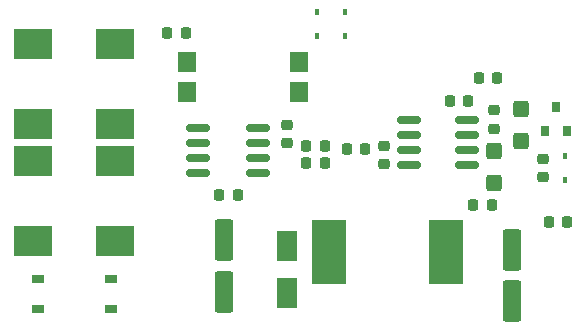
<source format=gtp>
G04 #@! TF.GenerationSoftware,KiCad,Pcbnew,6.0.9-8da3e8f707~116~ubuntu20.04.1*
G04 #@! TF.CreationDate,2023-03-26T15:22:19+00:00*
G04 #@! TF.ProjectId,LEC000043,4c454330-3030-4303-9433-2e6b69636164,rev?*
G04 #@! TF.SameCoordinates,Original*
G04 #@! TF.FileFunction,Paste,Top*
G04 #@! TF.FilePolarity,Positive*
%FSLAX46Y46*%
G04 Gerber Fmt 4.6, Leading zero omitted, Abs format (unit mm)*
G04 Created by KiCad (PCBNEW 6.0.9-8da3e8f707~116~ubuntu20.04.1) date 2023-03-26 15:22:19*
%MOMM*%
%LPD*%
G01*
G04 APERTURE LIST*
G04 Aperture macros list*
%AMRoundRect*
0 Rectangle with rounded corners*
0 $1 Rounding radius*
0 $2 $3 $4 $5 $6 $7 $8 $9 X,Y pos of 4 corners*
0 Add a 4 corners polygon primitive as box body*
4,1,4,$2,$3,$4,$5,$6,$7,$8,$9,$2,$3,0*
0 Add four circle primitives for the rounded corners*
1,1,$1+$1,$2,$3*
1,1,$1+$1,$4,$5*
1,1,$1+$1,$6,$7*
1,1,$1+$1,$8,$9*
0 Add four rect primitives between the rounded corners*
20,1,$1+$1,$2,$3,$4,$5,0*
20,1,$1+$1,$4,$5,$6,$7,0*
20,1,$1+$1,$6,$7,$8,$9,0*
20,1,$1+$1,$8,$9,$2,$3,0*%
G04 Aperture macros list end*
%ADD10RoundRect,0.218750X0.218750X0.256250X-0.218750X0.256250X-0.218750X-0.256250X0.218750X-0.256250X0*%
%ADD11RoundRect,0.249600X-0.550400X1.500400X-0.550400X-1.500400X0.550400X-1.500400X0.550400X1.500400X0*%
%ADD12R,0.450000X0.600000*%
%ADD13R,3.300000X2.500000*%
%ADD14R,1.800000X2.500000*%
%ADD15RoundRect,0.218750X0.256250X-0.218750X0.256250X0.218750X-0.256250X0.218750X-0.256250X-0.218750X0*%
%ADD16RoundRect,0.218750X-0.218750X-0.256250X0.218750X-0.256250X0.218750X0.256250X-0.218750X0.256250X0*%
%ADD17R,1.500000X1.780000*%
%ADD18RoundRect,0.162500X0.825000X0.162500X-0.825000X0.162500X-0.825000X-0.162500X0.825000X-0.162500X0*%
%ADD19RoundRect,0.249999X-0.425001X0.450001X-0.425001X-0.450001X0.425001X-0.450001X0.425001X0.450001X0*%
%ADD20RoundRect,0.218750X-0.256250X0.218750X-0.256250X-0.218750X0.256250X-0.218750X0.256250X0.218750X0*%
%ADD21RoundRect,0.150000X-0.825000X-0.150000X0.825000X-0.150000X0.825000X0.150000X-0.825000X0.150000X0*%
%ADD22R,2.900000X5.400000*%
%ADD23R,1.000000X0.800000*%
%ADD24RoundRect,0.249600X0.550400X-1.500400X0.550400X1.500400X-0.550400X1.500400X-0.550400X-1.500400X0*%
%ADD25R,0.800000X0.900000*%
%ADD26RoundRect,0.225000X-0.250000X0.225000X-0.250000X-0.225000X0.250000X-0.225000X0.250000X0.225000X0*%
G04 APERTURE END LIST*
D10*
G04 #@! TO.C,C2*
X28787500Y14300000D03*
X27212500Y14300000D03*
G04 #@! TD*
D11*
G04 #@! TO.C,C3*
X52000000Y9700000D03*
X52000000Y5300000D03*
G04 #@! TD*
D10*
G04 #@! TO.C,C4*
X36175000Y17000000D03*
X34600000Y17000000D03*
G04 #@! TD*
D12*
G04 #@! TO.C,D2*
X37900000Y27750000D03*
X37900000Y29850000D03*
G04 #@! TD*
D13*
G04 #@! TO.C,D3*
X18400000Y27100000D03*
X18400000Y20300000D03*
G04 #@! TD*
G04 #@! TO.C,D4*
X18400000Y17200000D03*
X18400000Y10400000D03*
G04 #@! TD*
G04 #@! TO.C,D5*
X11500000Y20300000D03*
X11500000Y27100000D03*
G04 #@! TD*
D14*
G04 #@! TO.C,D6*
X33000000Y10000000D03*
X33000000Y6000000D03*
G04 #@! TD*
D15*
G04 #@! TO.C,D7*
X54600000Y15812500D03*
X54600000Y17387500D03*
G04 #@! TD*
D13*
G04 #@! TO.C,D8*
X11500000Y10400000D03*
X11500000Y17200000D03*
G04 #@! TD*
D10*
G04 #@! TO.C,R2*
X36175000Y18500000D03*
X34600000Y18500000D03*
G04 #@! TD*
D15*
G04 #@! TO.C,R3*
X33000000Y18700000D03*
X33000000Y20275000D03*
G04 #@! TD*
D16*
G04 #@! TO.C,R5*
X38012500Y18250000D03*
X39587500Y18250000D03*
G04 #@! TD*
D10*
G04 #@! TO.C,R6*
X50787500Y24250000D03*
X49212500Y24250000D03*
G04 #@! TD*
G04 #@! TO.C,R7*
X56687500Y12000000D03*
X55112500Y12000000D03*
G04 #@! TD*
D17*
G04 #@! TO.C,U2*
X24485000Y25570000D03*
X24485000Y23030000D03*
X34015000Y23030000D03*
X34015000Y25570000D03*
G04 #@! TD*
D18*
G04 #@! TO.C,U3*
X30537500Y16195000D03*
X30537500Y17465000D03*
X30537500Y18735000D03*
X30537500Y20005000D03*
X25462500Y20005000D03*
X25462500Y18735000D03*
X25462500Y17465000D03*
X25462500Y16195000D03*
G04 #@! TD*
D16*
G04 #@! TO.C,R1*
X22812500Y28000000D03*
X24387500Y28000000D03*
G04 #@! TD*
G04 #@! TO.C,C6*
X48712500Y13500000D03*
X50287500Y13500000D03*
G04 #@! TD*
D19*
G04 #@! TO.C,C7*
X50500000Y18000000D03*
X50500000Y15300000D03*
G04 #@! TD*
G04 #@! TO.C,C8*
X52750000Y21600000D03*
X52750000Y18900000D03*
G04 #@! TD*
D20*
G04 #@! TO.C,R4*
X50500000Y21500000D03*
X50500000Y19925000D03*
G04 #@! TD*
D21*
G04 #@! TO.C,U1*
X43275000Y20655000D03*
X43275000Y19385000D03*
X43275000Y18115000D03*
X43275000Y16845000D03*
X48225000Y16845000D03*
X48225000Y18115000D03*
X48225000Y19385000D03*
X48225000Y20655000D03*
G04 #@! TD*
D10*
G04 #@! TO.C,C5*
X48325000Y22250000D03*
X46750000Y22250000D03*
G04 #@! TD*
D22*
G04 #@! TO.C,L1*
X46450000Y9500000D03*
X36550000Y9500000D03*
G04 #@! TD*
D12*
G04 #@! TO.C,D9*
X35500000Y27750000D03*
X35500000Y29850000D03*
G04 #@! TD*
D23*
G04 #@! TO.C,D1*
X18075000Y4630000D03*
X18075000Y7170000D03*
X11925000Y7170000D03*
X11925000Y4630000D03*
G04 #@! TD*
D24*
G04 #@! TO.C,C1*
X27600000Y6100000D03*
X27600000Y10500000D03*
G04 #@! TD*
D25*
G04 #@! TO.C,Q1*
X54800000Y19750000D03*
X56700000Y19750000D03*
X55750000Y21750000D03*
G04 #@! TD*
D12*
G04 #@! TO.C,D10*
X56500000Y17650000D03*
X56500000Y15550000D03*
G04 #@! TD*
D26*
G04 #@! TO.C,C9*
X41200000Y18475000D03*
X41200000Y16925000D03*
G04 #@! TD*
M02*

</source>
